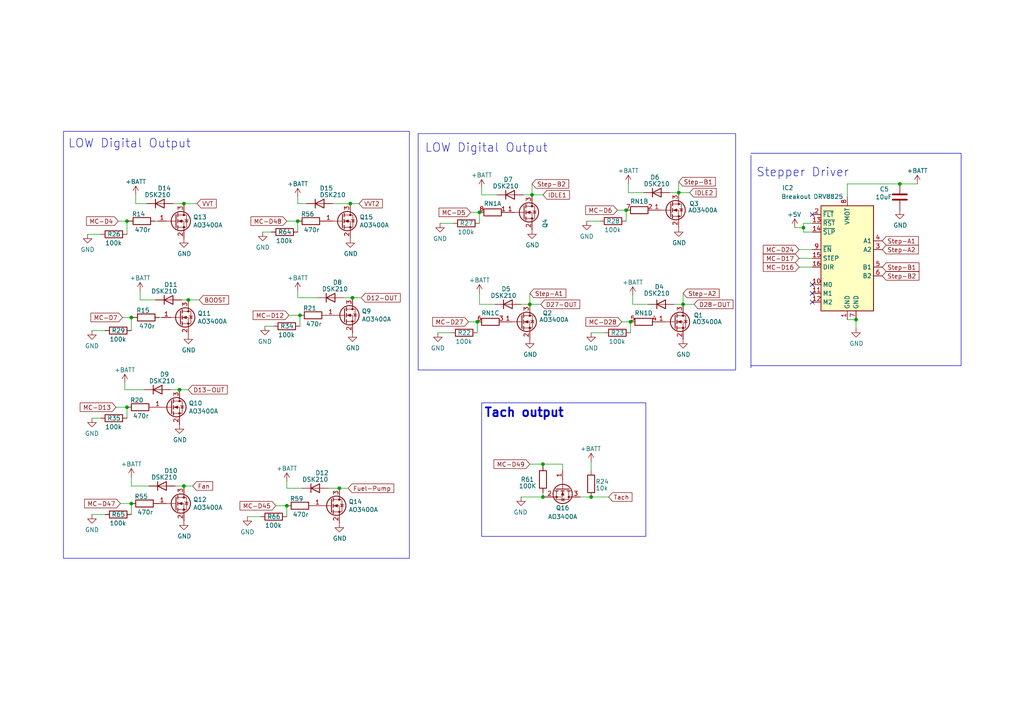
<source format=kicad_sch>
(kicad_sch (version 20250114) (generator "eeschema") (generator_version "9.0")
  (paper "A4")
  (title_block (title "Closed Deck X4") (date "2025-05-18") (rev "3") (company "OpenLogicEFI") (comment 1 "openlogicefi.com"))
  (lib_symbols
    (symbol "Device:C" (pin_numbers (hide yes)) (pin_names (offset 0.254))
      (property "Reference" "C" (at 0.635 2.54 0))
      (property "Value" "C" (at 0.635 -2.54 0))
      (symbol "C_0_1"
        (polyline (pts (xy -2.032 0.762) (xy 2.032 0.762)) (stroke (width 0.508)))
        (polyline (pts (xy -2.032 -0.762) (xy 2.032 -0.762)) (stroke (width 0.508)))
      )
      (symbol "C_1_1"
        (pin passive line (at 0 3.81 270) (length 2.794) (name "~") (number "1"))
        (pin passive line (at 0 -3.81 90) (length 2.794) (name "~") (number "2"))
      )
    )
    (symbol "Device:R" (pin_numbers (hide yes)) (pin_names (offset 0))
      (property "Reference" "R" (at 2.032 0 90))
      (property "Value" "R" (at 0 0 90))
      (symbol "R_0_1"
        (rectangle (start -1.016 -2.54) (end 1.016 2.54) (stroke (width 0.254)))
      )
      (symbol "R_1_1"
        (pin passive line (at 0 3.81 270) (length 1.27) (name "~") (number "1"))
        (pin passive line (at 0 -3.81 90) (length 1.27) (name "~") (number "2"))
      )
    )
    (symbol "Device:R_Pack04_Split" (pin_names (offset 0) (hide yes))
      (property "Reference" "RN" (at 2.032 0 90))
      (property "Value" "R_Pack04_Split" (at 0 0 90))
      (symbol "R_Pack04_Split_0_1"
        (rectangle (start 1.016 2.54) (end -1.016 -2.54) (stroke (width 0.254)))
      )
      (symbol "R_Pack04_Split_1_1"
        (pin passive line (at 0 3.81 270) (length 1.27) (name "R1.2") (number "8"))
        (pin passive line (at 0 -3.81 90) (length 1.27) (name "R1.1") (number "1"))
      )
      (symbol "R_Pack04_Split_2_1"
        (pin passive line (at 0 3.81 270) (length 1.27) (name "R2.2") (number "7"))
        (pin passive line (at 0 -3.81 90) (length 1.27) (name "R2.1") (number "2"))
      )
      (symbol "R_Pack04_Split_3_1"
        (pin passive line (at 0 3.81 270) (length 1.27) (name "R3.2") (number "6"))
        (pin passive line (at 0 -3.81 90) (length 1.27) (name "R3.1") (number "3"))
      )
      (symbol "R_Pack04_Split_4_1"
        (pin passive line (at 0 3.81 270) (length 1.27) (name "R4.2") (number "5"))
        (pin passive line (at 0 -3.81 90) (length 1.27) (name "R4.1") (number "4"))
      )
    )
    (symbol "Diode:1N4148WS" (pin_numbers (hide yes)) (pin_names (offset 1.016) (hide yes))
      (property "Reference" "D" (at 0 2.54 0))
      (property "Value" "1N4148WS" (at 0 -2.54 0))
      (symbol "1N4148WS_0_1"
        (polyline (pts (xy -1.27 1.27) (xy -1.27 -1.27)) (stroke (width 0.254)))
        (polyline (pts (xy 1.27 1.27) (xy 1.27 -1.27) (xy -1.27 0) (xy 1.27 1.27)) (stroke (width 0.254)))
        (polyline (pts (xy 1.27 0) (xy -1.27 0)))
      )
      (symbol "1N4148WS_1_1"
        (pin passive line (at -3.81 0 0) (length 2.54) (name "K") (number "1"))
        (pin passive line (at 3.81 0 180) (length 2.54) (name "A") (number "2"))
      )
    )
    (symbol "Driver_Motor:Pololu_Breakout_DRV8825"
      (property "Reference" "A" (at -2.54 16.51 0))
      (property "Value" "Pololu_Breakout_DRV8825" (at -2.54 13.97 0))
      (symbol "Pololu_Breakout_DRV8825_0_1"
        (rectangle (start 7.62 -17.78) (end -7.62 12.7) (stroke (width 0.254)) (fill (type background)))
      )
      (symbol "Pololu_Breakout_DRV8825_1_1"
        (pin output line (at -10.16 10.16 0) (length 2.54) (name "~{FLT}") (number "2"))
        (pin input line (at -10.16 7.62 0) (length 2.54) (name "~{RST}") (number "13"))
        (pin input line (at -10.16 5.08 0) (length 2.54) (name "~{SLP}") (number "14"))
        (pin input line (at -10.16 0 0) (length 2.54) (name "~{EN}") (number "9"))
        (pin input line (at -10.16 -2.54 0) (length 2.54) (name "STEP") (number "15"))
        (pin input line (at -10.16 -5.08 0) (length 2.54) (name "DIR") (number "16"))
        (pin input line (at -10.16 -10.16 0) (length 2.54) (name "M0") (number "10"))
        (pin input line (at -10.16 -12.7 0) (length 2.54) (name "M1") (number "11"))
        (pin input line (at -10.16 -15.24 0) (length 2.54) (name "M2") (number "12"))
        (pin power_in line (at 0 15.24 270) (length 2.54) (name "VMOT") (number "8"))
        (pin power_in line (at 0 -20.32 90) (length 2.54) (name "GND") (number "1"))
        (pin power_in line (at 2.54 -20.32 90) (length 2.54) (name "GND") (number "7"))
        (pin output line (at 10.16 2.54 180) (length 2.54) (name "A1") (number "4"))
        (pin output line (at 10.16 0 180) (length 2.54) (name "A2") (number "3"))
        (pin output line (at 10.16 -5.08 180) (length 2.54) (name "B1") (number "5"))
        (pin output line (at 10.16 -7.62 180) (length 2.54) (name "B2") (number "6"))
      )
    )
    (symbol "Pre_Ignition-cache:AO3400A" (pin_names (hide yes))
      (property "Reference" "Q" (at 5.08 1.905 0))
      (property "Value" "AO3400A" (at 5.08 0 0))
      (symbol "AO3400A_0_1"
        (polyline (pts (xy 0.254 1.905) (xy 0.254 -1.905)) (stroke (width 0.254)))
        (polyline (pts (xy 0.254 0) (xy -2.54 0)))
        (polyline (pts (xy 0.762 2.286) (xy 0.762 1.27)) (stroke (width 0.254)))
        (polyline (pts (xy 0.762 0.508) (xy 0.762 -0.508)) (stroke (width 0.254)))
        (polyline (pts (xy 0.762 -1.27) (xy 0.762 -2.286)) (stroke (width 0.254)))
        (polyline (pts (xy 0.762 -1.778) (xy 3.302 -1.778) (xy 3.302 1.778) (xy 0.762 1.778)))
        (polyline (pts (xy 1.016 0) (xy 2.032 0.381) (xy 2.032 -0.381) (xy 1.016 0)) (fill (type outline)))
        (circle (center 1.651 0) (radius 2.794) (stroke (width 0.254)))
        (polyline (pts (xy 2.54 2.54) (xy 2.54 1.778)))
        (circle (center 2.54 1.778) (radius 0.254) (fill (type outline)))
        (circle (center 2.54 -1.778) (radius 0.254) (fill (type outline)))
        (polyline (pts (xy 2.54 -2.54) (xy 2.54 0) (xy 0.762 0)))
        (polyline (pts (xy 2.794 0.508) (xy 2.921 0.381) (xy 3.683 0.381) (xy 3.81 0.254)))
        (polyline (pts (xy 3.302 0.381) (xy 2.921 -0.254) (xy 3.683 -0.254) (xy 3.302 0.381)))
      )
      (symbol "AO3400A_1_1"
        (pin input line (at -5.08 0 0) (length 2.54) (name "G") (number "1"))
        (pin passive line (at 2.54 5.08 270) (length 2.54) (name "D") (number "3"))
        (pin passive line (at 2.54 -5.08 90) (length 2.54) (name "S") (number "2"))
      )
    )
    (symbol "R_Pack04_SIP_Split_1" (pin_names (offset 0) (hide yes))
      (property "Reference" "RN?" (at 2.54 1.2701 0))
      (property "Value" "R_Pack04_SIP_Split_1" (at 2.54 -1.2699 0))
      (symbol "R_Pack04_SIP_Split_1_0_1"
        (rectangle (start 1.016 2.54) (end -1.016 -2.54) (stroke (width 0.254)))
      )
      (symbol "R_Pack04_SIP_Split_1_1_1"
        (pin passive line (at 0 3.81 270) (length 1.27) (name "R1.2") (number "8"))
        (pin passive line (at 0 -3.81 90) (length 1.27) (name "R1.1") (number "1"))
      )
      (symbol "R_Pack04_SIP_Split_1_2_1"
        (pin passive line (at 0 3.81 270) (length 1.27) (name "R2.2") (number "4"))
        (pin passive line (at 0 -3.81 90) (length 1.27) (name "R2.1") (number "3"))
      )
      (symbol "R_Pack04_SIP_Split_1_3_1"
        (pin passive line (at 0 3.81 270) (length 1.27) (name "R3.2") (number "6"))
        (pin passive line (at 0 -3.81 90) (length 1.27) (name "R3.1") (number "5"))
      )
      (symbol "R_Pack04_SIP_Split_1_4_1"
        (pin passive line (at 0 3.81 270) (length 1.27) (name "R4.2") (number "8"))
        (pin passive line (at 0 -3.81 90) (length 1.27) (name "R4.1") (number "7"))
      )
    )
    (symbol "Transistor_FET:AO3400A" (pin_names (hide yes))
      (property "Reference" "Q" (at 5.08 1.905 0))
      (property "Value" "AO3400A" (at 5.08 0 0))
      (symbol "AO3400A_0_1"
        (polyline (pts (xy 0.254 1.905) (xy 0.254 -1.905)) (stroke (width 0.254)))
        (polyline (pts (xy 0.254 0) (xy -2.54 0)))
        (polyline (pts (xy 0.762 2.286) (xy 0.762 1.27)) (stroke (width 0.254)))
        (polyline (pts (xy 0.762 0.508) (xy 0.762 -0.508)) (stroke (width 0.254)))
        (polyline (pts (xy 0.762 -1.27) (xy 0.762 -2.286)) (stroke (width 0.254)))
        (polyline (pts (xy 0.762 -1.778) (xy 3.302 -1.778) (xy 3.302 1.778) (xy 0.762 1.778)))
        (polyline (pts (xy 1.016 0) (xy 2.032 0.381) (xy 2.032 -0.381) (xy 1.016 0)) (fill (type outline)))
        (circle (center 1.651 0) (radius 2.794) (stroke (width 0.254)))
        (polyline (pts (xy 2.54 2.54) (xy 2.54 1.778)))
        (circle (center 2.54 1.778) (radius 0.254) (fill (type outline)))
        (circle (center 2.54 -1.778) (radius 0.254) (fill (type outline)))
        (polyline (pts (xy 2.54 -2.54) (xy 2.54 0) (xy 0.762 0)))
        (polyline (pts (xy 2.794 0.508) (xy 2.921 0.381) (xy 3.683 0.381) (xy 3.81 0.254)))
        (polyline (pts (xy 3.302 0.381) (xy 2.921 -0.254) (xy 3.683 -0.254) (xy 3.302 0.381)))
      )
      (symbol "AO3400A_1_1"
        (pin input line (at -5.08 0 0) (length 2.54) (name "G") (number "1"))
        (pin passive line (at 2.54 5.08 270) (length 2.54) (name "D") (number "3"))
        (pin passive line (at 2.54 -5.08 90) (length 2.54) (name "S") (number "2"))
      )
    )
    (symbol "power:+5V" (power) (pin_names (offset 0))
      (property "Value" "+5V" (at 0 3.556 0))
      (symbol "+5V_0_1"
        (polyline (pts (xy -0.762 1.27) (xy 0 2.54)))
        (polyline (pts (xy 0 2.54) (xy 0.762 1.27)))
        (polyline (pts (xy 0 0) (xy 0 2.54)))
      )
      (symbol "+5V_1_1"
        (pin power_in line (at 0 0 90) (length 0) (hide yes) (name "+5V") (number "1"))
      )
    )
    (symbol "power:+BATT" (power) (pin_names (offset 0))
      (property "Value" "+BATT" (at 0 3.556 0))
      (symbol "+BATT_0_1"
        (polyline (pts (xy -0.762 1.27) (xy 0 2.54)))
        (polyline (pts (xy 0 2.54) (xy 0.762 1.27)))
        (polyline (pts (xy 0 0) (xy 0 2.54)))
      )
      (symbol "+BATT_1_1"
        (pin power_in line (at 0 0 90) (length 0) (hide yes) (name "+BATT") (number "1"))
      )
    )
    (symbol "power:GND" (power) (pin_names (offset 0))
      (property "Value" "GND" (at 0 -3.81 0))
      (symbol "GND_0_1"
        (polyline (pts (xy 0 0) (xy 0 -1.27) (xy 1.27 -1.27) (xy 0 -2.54) (xy -1.27 -1.27) (xy 0 -1.27)))
      )
      (symbol "GND_1_1"
        (pin power_in line (at 0 0 270) (length 0) (hide yes) (name "GND") (number "1"))
      )
    )
  )
  (rectangle (start 18.415 38.1) (end 118.745 161.925))
  (rectangle (start 139.7 116.84) (end 187.325 155.575))
  (rectangle (start 121.285 38.735) (end 213.36 107.315))
  (text "Tach output" (at 140.335 121.285 0) (effects (font (size 2.54 2.54) (thickness 0.508) (bold yes)) (justify left bottom)))
  (text "LOW Digital Output " (at 19.685 43.18 0) (effects (font (size 2.4892 2.4892)) (justify left bottom)))
  (text "LOW Digital Output " (at 123.19 44.45 0) (effects (font (size 2.4892 2.4892)) (justify left bottom)))
  (text "Stepper Driver" (at 219.329 51.562 0) (effects (font (size 2.4892 2.4892)) (justify left bottom)))
  (junction (at 98.425 141.605))
  (junction (at 86.36 64.135))
  (junction (at 36.83 118.11))
  (junction (at 102.235 86.36))
  (junction (at 38.1 92.075))
  (junction (at 248.285 92.71))
  (junction (at 101.6 59.055))
  (junction (at 86.995 91.44))
  (junction (at 182.88 93.345))
  (junction (at 138.43 93.345))
  (junction (at 153.67 88.265))
  (junction (at 36.83 64.135))
  (junction (at 38.1 146.05))
  (junction (at 171.45 144.145))
  (junction (at 157.48 134.62))
  (junction (at 233.045 66.04))
  (junction (at 53.34 59.055))
  (junction (at 52.07 113.03))
  (junction (at 157.48 144.145))
  (junction (at 260.985 53.34))
  (junction (at 54.61 86.995))
  (junction (at 196.85 55.88))
  (junction (at 181.61 60.96))
  (junction (at 154.305 56.515))
  (junction (at 53.34 140.97))
  (junction (at 83.185 146.685))
  (junction (at 198.12 88.265))
  (junction (at 139.065 61.595))
  (no_connect (at 235.585 87.63))
  (no_connect (at 235.585 82.55))
  (no_connect (at 235.585 62.23))
  (no_connect (at 235.585 85.09))
  (wire (pts (xy 26.67 121.285) (xy 29.21 121.285)))
  (wire (pts (xy 83.185 146.685) (xy 83.185 149.86)))
  (wire (pts (xy 38.1 138.43) (xy 38.1 140.97)))
  (wire (pts (xy 151.13 144.145) (xy 157.48 144.145)))
  (wire (pts (xy 183.515 85.725) (xy 183.515 88.265)))
  (wire (pts (xy 183.515 88.265) (xy 187.96 88.265)))
  (wire (pts (xy 57.785 86.995) (xy 54.61 86.995)))
  (wire (pts (xy 179.07 60.96) (xy 181.61 60.96)))
  (wire (pts (xy 139.065 85.09) (xy 139.065 88.265)))
  (wire (pts (xy 38.1 140.97) (xy 43.18 140.97)))
  (wire (pts (xy 38.1 146.05) (xy 38.1 149.225)))
  (wire (pts (xy 135.89 93.345) (xy 138.43 93.345)))
  (wire (pts (xy 100.965 141.605) (xy 98.425 141.605)))
  (wire (pts (xy 180.34 93.345) (xy 182.88 93.345)))
  (polyline (pts (xy 278.765 106.045) (xy 278.765 44.45)))
  (wire (pts (xy 245.745 92.71) (xy 248.285 92.71)))
  (wire (pts (xy 196.85 55.88) (xy 194.31 55.88)))
  (wire (pts (xy 139.065 61.595) (xy 139.065 64.77)))
  (wire (pts (xy 157.48 142.875) (xy 157.48 144.145)))
  (wire (pts (xy 71.755 149.86) (xy 75.565 149.86)))
  (wire (pts (xy 245.745 53.34) (xy 260.985 53.34)))
  (wire (pts (xy 171.45 133.985) (xy 171.45 136.525)))
  (wire (pts (xy 26.67 95.885) (xy 30.48 95.885)))
  (wire (pts (xy 181.61 60.96) (xy 181.61 64.135)))
  (wire (pts (xy 139.065 88.265) (xy 143.51 88.265)))
  (wire (pts (xy 86.36 59.055) (xy 88.9 59.055)))
  (wire (pts (xy 153.67 88.265) (xy 156.845 88.265)))
  (wire (pts (xy 80.01 146.685) (xy 83.185 146.685)))
  (wire (pts (xy 163.195 134.62) (xy 163.195 136.525)))
  (wire (pts (xy 34.29 64.135) (xy 36.83 64.135)))
  (wire (pts (xy 83.82 91.44) (xy 86.995 91.44)))
  (wire (pts (xy 248.285 92.71) (xy 248.285 95.25)))
  (wire (pts (xy 50.165 59.055) (xy 53.34 59.055)))
  (wire (pts (xy 36.83 118.11) (xy 36.83 121.285)))
  (wire (pts (xy 198.12 85.09) (xy 198.12 88.265)))
  (wire (pts (xy 233.045 67.31) (xy 235.585 67.31)))
  (wire (pts (xy 139.7 54.61) (xy 139.7 56.515)))
  (wire (pts (xy 260.985 53.34) (xy 266.065 53.34)))
  (wire (pts (xy 231.775 77.47) (xy 235.585 77.47)))
  (wire (pts (xy 86.36 64.135) (xy 86.36 67.31)))
  (wire (pts (xy 182.245 53.34) (xy 182.245 55.88)))
  (wire (pts (xy 39.37 59.055) (xy 42.545 59.055)))
  (wire (pts (xy 230.505 66.04) (xy 233.045 66.04)))
  (wire (pts (xy 52.07 113.03) (xy 49.53 113.03)))
  (wire (pts (xy 154.305 56.515) (xy 157.48 56.515)))
  (wire (pts (xy 83.185 141.605) (xy 87.63 141.605)))
  (wire (pts (xy 157.48 134.62) (xy 163.195 134.62)))
  (wire (pts (xy 139.7 56.515) (xy 144.145 56.515)))
  (wire (pts (xy 76.2 67.31) (xy 78.74 67.31)))
  (wire (pts (xy 157.48 134.62) (xy 157.48 135.255)))
  (wire (pts (xy 171.45 96.52) (xy 175.26 96.52)))
  (wire (pts (xy 55.88 140.97) (xy 53.34 140.97)))
  (wire (pts (xy 57.15 59.055) (xy 53.34 59.055)))
  (wire (pts (xy 46.228 92.075) (xy 46.99 92.075)))
  (wire (pts (xy 38.608 92.075) (xy 38.1 92.075)))
  (wire (pts (xy 36.195 113.03) (xy 41.91 113.03)))
  (wire (pts (xy 233.045 64.77) (xy 233.045 66.04)))
  (wire (pts (xy 235.585 64.77) (xy 233.045 64.77)))
  (wire (pts (xy 153.67 85.09) (xy 153.67 88.265)))
  (wire (pts (xy 245.745 53.34) (xy 245.745 57.15)))
  (polyline (pts (xy 278.765 44.45) (xy 217.805 44.45)))
  (wire (pts (xy 98.425 141.605) (xy 95.25 141.605)))
  (wire (pts (xy 198.12 88.265) (xy 195.58 88.265)))
  (wire (pts (xy 182.88 93.345) (xy 182.88 96.52)))
  (wire (pts (xy 154.305 53.34) (xy 154.305 56.515)))
  (wire (pts (xy 33.655 118.11) (xy 36.83 118.11)))
  (wire (pts (xy 182.245 55.88) (xy 186.69 55.88)))
  (wire (pts (xy 54.61 113.03) (xy 52.07 113.03)))
  (wire (pts (xy 86.36 86.36) (xy 86.36 84.455)))
  (wire (pts (xy 235.585 74.93) (xy 231.775 74.93)))
  (polyline (pts (xy 217.805 106.045) (xy 278.765 106.045)))
  (wire (pts (xy 136.525 61.595) (xy 139.065 61.595)))
  (wire (pts (xy 104.775 86.36) (xy 102.235 86.36)))
  (wire (pts (xy 101.6 59.055) (xy 96.52 59.055)))
  (wire (pts (xy 40.64 86.995) (xy 45.085 86.995)))
  (wire (pts (xy 37.338 64.135) (xy 36.83 64.135)))
  (wire (pts (xy 102.235 86.36) (xy 99.695 86.36)))
  (wire (pts (xy 196.85 55.88) (xy 200.025 55.88)))
  (wire (pts (xy 83.185 141.605) (xy 83.185 139.7)))
  (wire (pts (xy 157.48 144.145) (xy 158.115 144.145)))
  (wire (pts (xy 25.4 67.945) (xy 29.21 67.945)))
  (wire (pts (xy 233.045 66.04) (xy 233.045 67.31)))
  (polyline (pts (xy 217.805 45.085) (xy 217.805 106.68)))
  (wire (pts (xy 35.56 92.075) (xy 38.1 92.075)))
  (wire (pts (xy 40.64 84.455) (xy 40.64 86.995)))
  (wire (pts (xy 86.36 57.15) (xy 86.36 59.055)))
  (wire (pts (xy 44.958 64.135) (xy 45.72 64.135)))
  (wire (pts (xy 38.1 92.075) (xy 38.1 95.885)))
  (wire (pts (xy 168.275 144.145) (xy 171.45 144.145)))
  (wire (pts (xy 36.83 64.135) (xy 36.83 67.945)))
  (wire (pts (xy 231.775 72.39) (xy 235.585 72.39)))
  (wire (pts (xy 127.635 64.77) (xy 131.445 64.77)))
  (wire (pts (xy 76.835 94.615) (xy 79.375 94.615)))
  (wire (pts (xy 127 96.52) (xy 130.81 96.52)))
  (wire (pts (xy 153.67 88.265) (xy 151.13 88.265)))
  (wire (pts (xy 39.37 56.515) (xy 39.37 59.055)))
  (wire (pts (xy 196.85 52.705) (xy 196.85 55.88)))
  (wire (pts (xy 26.67 149.225) (xy 30.48 149.225)))
  (wire (pts (xy 53.34 140.97) (xy 50.8 140.97)))
  (wire (pts (xy 138.43 93.345) (xy 138.43 96.52)))
  (wire (pts (xy 36.195 113.03) (xy 36.195 111.125)))
  (wire (pts (xy 198.12 88.265) (xy 201.295 88.265)))
  (wire (pts (xy 154.305 56.515) (xy 151.765 56.515)))
  (wire (pts (xy 52.705 86.995) (xy 54.61 86.995)))
  (wire (pts (xy 170.18 64.135) (xy 173.99 64.135)))
  (wire (pts (xy 171.45 144.145) (xy 176.53 144.145)))
  (wire (pts (xy 104.14 59.055) (xy 101.6 59.055)))
  (wire (pts (xy 153.67 134.62) (xy 157.48 134.62)))
  (wire (pts (xy 86.36 86.36) (xy 92.075 86.36)))
  (wire (pts (xy 34.925 146.05) (xy 38.1 146.05)))
  (wire (pts (xy 86.995 91.44) (xy 86.995 94.615)))
  (wire (pts (xy 83.185 64.135) (xy 86.36 64.135)))
  (global_label "MC-D48" (shape input) (at 83.185 64.135 180) (property "Intersheetrefs" "${INTERSHEET_REFS}" (effects (hide yes))))
  (global_label "Step-A1" (shape input) (at 153.67 85.09 0) (property "Intersheetrefs" "${INTERSHEET_REFS}" (effects (hide yes))))
  (global_label "Fuel-Pump" (shape input) (at 100.965 141.605 0) (property "Intersheetrefs" "${INTERSHEET_REFS}" (effects (hide yes))))
  (global_label "D12-OUT" (shape input) (at 104.775 86.36 0) (property "Intersheetrefs" "${INTERSHEET_REFS}" (effects (hide yes))))
  (global_label "Step-B1" (shape input) (at 255.905 77.47 0) (property "Intersheetrefs" "${INTERSHEET_REFS}" (effects (hide yes))))
  (global_label "MC-D17" (shape input) (at 231.775 74.93 180) (property "Intersheetrefs" "${INTERSHEET_REFS}" (effects (hide yes))))
  (global_label "MC-D45" (shape input) (at 80.01 146.685 180) (property "Intersheetrefs" "${INTERSHEET_REFS}" (effects (hide yes))))
  (global_label "MC-D7" (shape input) (at 35.56 92.075 180) (property "Intersheetrefs" "${INTERSHEET_REFS}" (effects (hide yes))))
  (global_label "Tach" (shape input) (at 176.53 144.145 0) (property "Intersheetrefs" "${INTERSHEET_REFS}" (effects (hide yes))))
  (global_label "MC-D12" (shape input) (at 83.82 91.44 180) (property "Intersheetrefs" "${INTERSHEET_REFS}" (effects (hide yes))))
  (global_label "MC-D6" (shape input) (at 179.07 60.96 180) (property "Intersheetrefs" "${INTERSHEET_REFS}" (effects (hide yes))))
  (global_label "MC-D5" (shape input) (at 136.525 61.595 180) (property "Intersheetrefs" "${INTERSHEET_REFS}" (effects (hide yes))))
  (global_label "BOOST" (shape input) (at 57.785 86.995 0) (property "Intersheetrefs" "${INTERSHEET_REFS}" (effects (hide yes))))
  (global_label "Step-B2" (shape input) (at 255.905 80.01 0) (property "Intersheetrefs" "${INTERSHEET_REFS}" (effects (hide yes))))
  (global_label "VVT2" (shape input) (at 104.14 59.055 0) (property "Intersheetrefs" "${INTERSHEET_REFS}" (effects (hide yes))))
  (global_label "MC-D24" (shape input) (at 231.775 72.39 180) (property "Intersheetrefs" "${INTERSHEET_REFS}" (effects (hide yes))))
  (global_label "Step-A2" (shape input) (at 198.12 85.09 0) (property "Intersheetrefs" "${INTERSHEET_REFS}" (effects (hide yes))))
  (global_label "D27-OUT" (shape input) (at 156.845 88.265 0) (property "Intersheetrefs" "${INTERSHEET_REFS}" (effects (hide yes))))
  (global_label "MC-D4" (shape input) (at 34.29 64.135 180) (property "Intersheetrefs" "${INTERSHEET_REFS}" (effects (hide yes))))
  (global_label "D13-OUT" (shape input) (at 54.61 113.03 0) (property "Intersheetrefs" "${INTERSHEET_REFS}" (effects (hide yes))))
  (global_label "MC-D49" (shape input) (at 153.67 134.62 180) (property "Intersheetrefs" "${INTERSHEET_REFS}" (effects (hide yes))))
  (global_label "MC-D28" (shape input) (at 180.34 93.345 180) (property "Intersheetrefs" "${INTERSHEET_REFS}" (effects (hide yes))))
  (global_label "Step-B1" (shape input) (at 196.85 52.705 0) (property "Intersheetrefs" "${INTERSHEET_REFS}" (effects (hide yes))))
  (global_label "IDLE2" (shape input) (at 200.025 55.88 0) (property "Intersheetrefs" "${INTERSHEET_REFS}" (effects (hide yes))))
  (global_label "Step-B2" (shape input) (at 154.305 53.34 0) (property "Intersheetrefs" "${INTERSHEET_REFS}" (effects (hide yes))))
  (global_label "Step-A2" (shape input) (at 255.905 72.39 0) (property "Intersheetrefs" "${INTERSHEET_REFS}" (effects (hide yes))))
  (global_label "D28-OUT" (shape input) (at 201.295 88.265 0) (property "Intersheetrefs" "${INTERSHEET_REFS}" (effects (hide yes))))
  (global_label "Fan" (shape input) (at 55.88 140.97 0) (property "Intersheetrefs" "${INTERSHEET_REFS}" (effects (hide yes))))
  (global_label "MC-D13" (shape input) (at 33.655 118.11 180) (property "Intersheetrefs" "${INTERSHEET_REFS}" (effects (hide yes))))
  (global_label "MC-D16" (shape input) (at 231.775 77.47 180) (property "Intersheetrefs" "${INTERSHEET_REFS}" (effects (hide yes))))
  (global_label "MC-D47" (shape input) (at 34.925 146.05 180) (property "Intersheetrefs" "${INTERSHEET_REFS}" (effects (hide yes))))
  (global_label "IDLE1" (shape input) (at 157.48 56.515 0) (property "Intersheetrefs" "${INTERSHEET_REFS}" (effects (hide yes))))
  (global_label "MC-D27" (shape input) (at 135.89 93.345 180) (property "Intersheetrefs" "${INTERSHEET_REFS}" (effects (hide yes))))
  (global_label "Step-A1" (shape input) (at 255.905 69.85 0) (property "Intersheetrefs" "${INTERSHEET_REFS}" (effects (hide yes))))
  (global_label "VVT" (shape input) (at 57.15 59.055 0) (property "Intersheetrefs" "${INTERSHEET_REFS}" (effects (hide yes))))
  (symbol (lib_id "Driver_Motor:Pololu_Breakout_DRV8825") (at 245.745 72.39 0) (unit 1) (in_bom no)
    (property "Reference" "IC2" (at 228.473 54.483 0))
    (property "Value" "Breakout DRV8825" (at 235.585 57.023 0))
    (property "Footprint" "Detonation:DVR8825-Labeled-Front" (effects (hide yes)))
    (property "Description" "Pololu Breakout Board, Stepper Driver DRV8825" (effects (hide yes)))
  )
  (symbol (lib_id "power:GND") (at 248.285 95.25 0) (unit 1)
    (property "Reference" "#PWR073" (effects (hide yes)))
    (property "Value" "GND" (at 248.412 99.6442 0))
  )
  (symbol (lib_id "power:+BATT") (at 266.065 53.34 0) (unit 1)
    (property "Reference" "#PWR072" (effects (hide yes)))
    (property "Value" "+BATT" (at 266.065 49.53 0))
  )
  (symbol (lib_id "Device:R") (at 157.48 139.065 0) (unit 1)
    (property "Reference" "R61" (at 154.94 139.065 0) (effects (justify right)))
    (property "Value" "100K" (at 155.575 140.97 0) (effects (justify right)))
    (property "Footprint" "Resistor_SMD:R_0402_1005Metric" (effects (hide yes)))
    (property "Description" "Resistor" (effects (hide yes)))
    (property "LCSC" "C25741" (effects (hide yes)))
    (property "Manufacture Part Number" "0402WGF1003TCE" (effects (hide yes)))
  )
  (symbol (lib_id "Device:R") (at 40.64 118.11 90) (unit 1)
    (property "Reference" "R20" (at 41.656 116.078 90) (effects (justify left)))
    (property "Value" "470r" (at 43.18 120.65 90) (effects (justify left)))
    (property "Footprint" "Resistor_SMD:R_0402_1005Metric" (effects (hide yes)))
    (property "Description" "Resistor" (effects (hide yes)))
    (property "LCSC" "C25117" (effects (hide yes)))
    (property "Manufacture Part Number" "0402WGF4700TCE" (effects (hide yes)))
  )
  (symbol (lib_id "Device:R_Pack04_Split") (at 185.42 60.96 90) (unit 2)
    (property "Reference" "RN1" (at 185.42 58.42 90))
    (property "Value" "1k" (effects (hide yes)))
    (property "Footprint" "Resistor_SMD:R_Array_Concave_4x0603" (effects (hide yes)))
    (property "Description" "4 resistor network, parallel topology, split" (effects (hide yes)))
    (property "LCSC" "C20197" (effects (hide yes)))
    (property "Manufacture Part Number" "4D03WGJ0102T5E" (effects (hide yes)))
  )
  (symbol (lib_id "Diode:1N4148WS") (at 191.77 88.265 0) (unit 1)
    (property "Reference" "D4" (at 189.865 83.185 0) (effects (justify left)))
    (property "Value" "DSK210" (at 186.69 85.09 0) (effects (justify left)))
    (property "Footprint" "Diode_SMD:D_SOD-123F" (effects (hide yes)))
    (property "Description" "75V 0.15A Fast switching Diode, SOD-323" (effects (hide yes)))
    (property "JLC" "C2128" (effects (hide yes)))
    (property "LCSC" "C7502713" (effects (hide yes)))
  )
  (symbol (lib_id "Pre_Ignition-cache:AO3400A") (at 195.58 93.345 0) (unit 1)
    (property "Reference" "Q1" (at 202.565 91.44 0))
    (property "Value" "AO3400A" (at 205.105 93.345 0))
    (property "Footprint" "Package_TO_SOT_SMD:SOT-23" (effects (hide yes)))
    (property "LCSC" "C20917" (effects (hide yes)))
  )
  (symbol (lib_id "Device:R") (at 90.805 91.44 90) (unit 1)
    (property "Reference" "R21" (at 91.821 89.408 90) (effects (justify left)))
    (property "Value" "470r" (at 93.345 93.98 90) (effects (justify left)))
    (property "Footprint" "Resistor_SMD:R_0402_1005Metric" (effects (hide yes)))
    (property "Description" "Resistor" (effects (hide yes)))
    (property "LCSC" "C25117" (effects (hide yes)))
    (property "Manufacture Part Number" "0402WGF4700TCE" (effects (hide yes)))
  )
  (symbol (lib_id "Device:R") (at 177.8 64.135 90) (unit 1)
    (property "Reference" "R28" (at 175.895 64.135 90) (effects (justify right)))
    (property "Value" "100k" (at 175.26 66.675 90) (effects (justify right)))
    (property "Footprint" "Resistor_SMD:R_0402_1005Metric" (effects (hide yes)))
    (property "Description" "Resistor" (effects (hide yes)))
    (property "LCSC" "C25741" (effects (hide yes)))
    (property "Manufacture Part Number" "0402WGF1003TCE" (effects (hide yes)))
  )
  (symbol (lib_id "power:GND") (at 198.12 98.425 0) (unit 1)
    (property "Reference" "#PWR0169" (effects (hide yes)))
    (property "Value" "GND" (at 198.247 102.8192 0))
  )
  (symbol (lib_id "Pre_Ignition-cache:AO3400A") (at 163.195 141.605 270) (unit 1)
    (property "Reference" "Q16" (at 163.195 147.32 90))
    (property "Value" "AO3400A" (at 163.195 149.86 90))
    (property "Footprint" "Package_TO_SOT_SMD:SOT-23" (effects (hide yes)))
    (property "LCSC" "C20917" (effects (hide yes)))
  )
  (symbol (lib_id "power:GND") (at 54.61 97.155 0) (unit 1)
    (property "Reference" "#PWR091" (effects (hide yes)))
    (property "Value" "GND" (at 54.737 101.5492 0))
  )
  (symbol (lib_id "power:GND") (at 76.835 94.615 0) (unit 1)
    (property "Reference" "#PWR03" (effects (hide yes)))
    (property "Value" "GND" (at 76.835 99.06 0))
  )
  (symbol (lib_id "Diode:1N4148WS") (at 190.5 55.88 0) (unit 1)
    (property "Reference" "D6" (at 188.595 51.435 0) (effects (justify left)))
    (property "Value" "DSK210" (at 186.69 53.34 0) (effects (justify left)))
    (property "Footprint" "Diode_SMD:D_SOD-123F" (effects (hide yes)))
    (property "Description" "75V 0.15A Fast switching Diode, SOD-323" (effects (hide yes)))
    (property "JLC" "C2128" (effects (hide yes)))
    (property "LCSC" "C7502713" (effects (hide yes)))
  )
  (symbol (lib_id "Diode:1N4148WS") (at 46.355 59.055 0) (unit 1)
    (property "Reference" "D14" (at 45.72 54.61 0) (effects (justify left)))
    (property "Value" "DSK210" (at 41.91 56.515 0) (effects (justify left)))
    (property "Footprint" "Diode_SMD:D_SOD-123F" (effects (hide yes)))
    (property "Description" "75V 0.15A Fast switching Diode, SOD-323" (effects (hide yes)))
    (property "JLC" "C2128" (effects (hide yes)))
    (property "LCSC" "C7502713" (effects (hide yes)))
  )
  (symbol (lib_id "Device:R") (at 79.375 149.86 90) (unit 1)
    (property "Reference" "R66" (at 77.47 149.86 90) (effects (justify right)))
    (property "Value" "100k" (at 76.835 152.4 90) (effects (justify right)))
    (property "Footprint" "Resistor_SMD:R_0402_1005Metric" (effects (hide yes)))
    (property "Description" "Resistor" (effects (hide yes)))
    (property "LCSC" "C25741" (effects (hide yes)))
    (property "Manufacture Part Number" "0402WGF1003TCE" (effects (hide yes)))
  )
  (symbol (lib_id "power:GND") (at 171.45 96.52 0) (unit 1)
    (property "Reference" "#PWR0146" (effects (hide yes)))
    (property "Value" "GND" (at 171.45 100.965 0))
  )
  (symbol (lib_id "power:GND") (at 153.67 98.425 0) (unit 1)
    (property "Reference" "#PWR0170" (effects (hide yes)))
    (property "Value" "GND" (at 153.797 102.8192 0))
  )
  (symbol (lib_id "Device:R") (at 41.148 64.135 90) (unit 1)
    (property "Reference" "R14" (at 42.164 62.103 90) (effects (justify left)))
    (property "Value" "470r" (at 43.688 66.675 90) (effects (justify left)))
    (property "Footprint" "Resistor_SMD:R_0402_1005Metric" (effects (hide yes)))
    (property "Description" "Resistor" (effects (hide yes)))
    (property "LCSC" "C25117" (effects (hide yes)))
    (property "Manufacture Part Number" "0402WGF4700TCE" (effects (hide yes)))
  )
  (symbol (lib_id "Diode:1N4148WS") (at 91.44 141.605 0) (unit 1)
    (property "Reference" "D12" (at 91.44 137.16 0) (effects (justify left)))
    (property "Value" "DSK210" (at 87.63 139.065 0) (effects (justify left)))
    (property "Footprint" "Diode_SMD:D_SOD-123F" (effects (hide yes)))
    (property "Description" "75V 0.15A Fast switching Diode, SOD-323" (effects (hide yes)))
    (property "JLC" "C2128" (effects (hide yes)))
    (property "LCSC" "C7502713" (effects (hide yes)))
  )
  (symbol (lib_id "Device:R") (at 42.418 92.075 90) (unit 1)
    (property "Reference" "R15" (at 43.434 90.043 90) (effects (justify left)))
    (property "Value" "470r" (at 44.958 94.615 90) (effects (justify left)))
    (property "Footprint" "Resistor_SMD:R_0402_1005Metric" (effects (hide yes)))
    (property "Description" "Resistor" (effects (hide yes)))
    (property "LCSC" "C25117" (effects (hide yes)))
    (property "Manufacture Part Number" "0402WGF4700TCE" (effects (hide yes)))
  )
  (symbol (lib_id "Device:R") (at 135.255 64.77 90) (unit 1)
    (property "Reference" "R27" (at 133.35 64.77 90) (effects (justify right)))
    (property "Value" "100k" (at 132.715 67.31 90) (effects (justify right)))
    (property "Footprint" "Resistor_SMD:R_0402_1005Metric" (effects (hide yes)))
    (property "Description" "Resistor" (effects (hide yes)))
    (property "LCSC" "C25741" (effects (hide yes)))
    (property "Manufacture Part Number" "0402WGF1003TCE" (effects (hide yes)))
  )
  (symbol (lib_id "Transistor_FET:AO3400A") (at 99.695 91.44 0) (unit 1)
    (property "Reference" "Q9" (at 104.902 90.2716 0) (effects (justify left)))
    (property "Value" "AO3400A" (at 104.902 92.583 0) (effects (justify left)))
    (property "Footprint" "Package_TO_SOT_SMD:SOT-23" (effects (hide yes)))
    (property "Description" "30V Vds, 5.7A Id, N-Channel MOSFET, SOT-23" (effects (hide yes)))
    (property "LCSC" "C20917" (effects (hide yes)))
  )
  (symbol (lib_id "power:GND") (at 127 96.52 0) (unit 1)
    (property "Reference" "#PWR0144" (effects (hide yes)))
    (property "Value" "GND" (at 127 100.965 0))
  )
  (symbol (lib_id "power:GND") (at 127.635 64.77 0) (unit 1)
    (property "Reference" "#PWR0140" (effects (hide yes)))
    (property "Value" "GND" (at 127.635 69.215 0))
  )
  (symbol (lib_id "Diode:1N4148WS") (at 147.32 88.265 0) (unit 1)
    (property "Reference" "D5" (at 145.415 83.82 0) (effects (justify left)))
    (property "Value" "DSK210" (at 142.24 85.725 0) (effects (justify left)))
    (property "Footprint" "Diode_SMD:D_SOD-123F" (effects (hide yes)))
    (property "Description" "75V 0.15A Fast switching Diode, SOD-323" (effects (hide yes)))
    (property "JLC" "C2128" (effects (hide yes)))
    (property "LCSC" "C7502713" (effects (hide yes)))
  )
  (symbol (lib_id "power:+BATT") (at 83.185 139.7 0) (unit 1)
    (property "Reference" "#PWR0152" (effects (hide yes)))
    (property "Value" "+BATT" (at 83.185 135.89 0))
  )
  (symbol (lib_id "Device:R") (at 41.91 146.05 90) (unit 1)
    (property "Reference" "R55" (at 42.926 144.018 90) (effects (justify left)))
    (property "Value" "470r" (at 44.45 148.59 90) (effects (justify left)))
    (property "Footprint" "Resistor_SMD:R_0402_1005Metric" (effects (hide yes)))
    (property "Description" "Resistor" (effects (hide yes)))
    (property "LCSC" "C25117" (effects (hide yes)))
    (property "Manufacture Part Number" "0402WGF4700TCE" (effects (hide yes)))
  )
  (symbol (lib_id "Device:R") (at 171.45 140.335 0) (unit 1)
    (property "Reference" "R24" (at 172.72 139.7 0) (effects (justify left)))
    (property "Value" "10k" (at 172.72 141.605 0) (effects (justify left)))
    (property "Footprint" "Resistor_SMD:R_0402_1005Metric" (effects (hide yes)))
    (property "Description" "Resistor" (effects (hide yes)))
    (property "LCSC" "C25744" (effects (hide yes)))
    (property "Manufacture Part Number" "0402WGF1002TCE" (effects (hide yes)))
  )
  (symbol (lib_id "Pre_Ignition-cache:AO3400A") (at 194.31 60.96 0) (unit 1)
    (property "Reference" "Q3" (at 201.295 59.055 0))
    (property "Value" "AO3400A" (at 203.835 60.96 0))
    (property "Footprint" "Package_TO_SOT_SMD:SOT-23" (effects (hide yes)))
    (property "LCSC" "C20917" (effects (hide yes)))
  )
  (symbol (lib_id "power:GND") (at 151.13 144.145 0) (unit 1)
    (property "Reference" "#PWR084" (effects (hide yes)))
    (property "Value" "GND" (at 153.035 148.59 0) (effects (justify right)))
  )
  (symbol (lib_id "Diode:1N4148WS") (at 95.885 86.36 0) (unit 1)
    (property "Reference" "D8" (at 96.52 81.915 0) (effects (justify left)))
    (property "Value" "DSK210" (at 93.345 83.82 0) (effects (justify left)))
    (property "Footprint" "Diode_SMD:D_SOD-123F" (effects (hide yes)))
    (property "Description" "75V 0.15A Fast switching Diode, SOD-323" (effects (hide yes)))
    (property "JLC" "C2128" (effects (hide yes)))
    (property "LCSC" "C7502713" (effects (hide yes)))
  )
  (symbol (lib_id "Diode:1N4148WS") (at 46.99 140.97 0) (unit 1)
    (property "Reference" "D10" (at 47.625 136.525 0) (effects (justify left)))
    (property "Value" "DSK210" (at 43.815 138.43 0) (effects (justify left)))
    (property "Footprint" "Diode_SMD:D_SOD-123F" (effects (hide yes)))
    (property "Description" "75V 0.15A Fast switching Diode, SOD-323" (effects (hide yes)))
    (property "JLC" "C2128" (effects (hide yes)))
    (property "LCSC" "C7502713" (effects (hide yes)))
  )
  (symbol (lib_id "Diode:1N4148WS") (at 48.895 86.995 0) (unit 1)
    (property "Reference" "D11" (at 47.625 82.55 0) (effects (justify left)))
    (property "Value" "DSK210" (at 43.815 84.455 0) (effects (justify left)))
    (property "Footprint" "Diode_SMD:D_SOD-123F" (effects (hide yes)))
    (property "Description" "75V 0.15A Fast switching Diode, SOD-323" (effects (hide yes)))
    (property "JLC" "C2128" (effects (hide yes)))
    (property "LCSC" "C7502713" (effects (hide yes)))
  )
  (symbol (lib_id "Device:R") (at 90.17 64.135 90) (unit 1)
    (property "Reference" "R56" (at 91.186 62.103 90) (effects (justify left)))
    (property "Value" "470r" (at 92.71 66.675 90) (effects (justify left)))
    (property "Footprint" "Resistor_SMD:R_0402_1005Metric" (effects (hide yes)))
    (property "Description" "Resistor" (effects (hide yes)))
    (property "LCSC" "C25117" (effects (hide yes)))
    (property "Manufacture Part Number" "0402WGF4700TCE" (effects (hide yes)))
  )
  (symbol (lib_id "power:GND") (at 26.67 121.285 0) (unit 1)
    (property "Reference" "#PWR062" (effects (hide yes)))
    (property "Value" "GND" (at 26.67 125.73 0))
  )
  (symbol (lib_id "power:+BATT") (at 86.36 57.15 0) (unit 1)
    (property "Reference" "#PWR064" (effects (hide yes)))
    (property "Value" "+BATT" (at 86.36 53.34 0))
  )
  (symbol (lib_id "power:GND") (at 260.985 60.96 0) (unit 1)
    (property "Reference" "#PWR0128" (effects (hide yes)))
    (property "Value" "GND" (at 261.112 65.3542 0))
  )
  (symbol (lib_id "Device:R") (at 33.02 121.285 90) (unit 1)
    (property "Reference" "R35" (at 31.115 121.285 90) (effects (justify right)))
    (property "Value" "100k" (at 30.48 123.825 90) (effects (justify right)))
    (property "Footprint" "Resistor_SMD:R_0402_1005Metric" (effects (hide yes)))
    (property "Description" "Resistor" (effects (hide yes)))
    (property "LCSC" "C25741" (effects (hide yes)))
    (property "Manufacture Part Number" "0402WGF1003TCE" (effects (hide yes)))
  )
  (symbol (lib_id "power:GND") (at 98.425 151.765 0) (unit 1)
    (property "Reference" "#PWR0153" (effects (hide yes)))
    (property "Value" "GND" (at 98.552 156.1592 0))
  )
  (symbol (lib_id "Device:R_Pack04_Split") (at 142.24 93.345 90) (unit 3)
    (property "Reference" "RN1" (at 142.24 90.805 90))
    (property "Value" "1k" (effects (hide yes)))
    (property "Footprint" "Resistor_SMD:R_Array_Concave_4x0603" (effects (hide yes)))
    (property "Description" "4 resistor network, parallel topology, split" (effects (hide yes)))
    (property "LCSC" "C20197" (effects (hide yes)))
    (property "Manufacture Part Number" "4D03WGJ0102T5E" (effects (hide yes)))
  )
  (symbol (lib_id "power:+BATT") (at 139.7 54.61 0) (unit 1)
    (property "Reference" "#PWR0141" (effects (hide yes)))
    (property "Value" "+BATT" (at 139.7 50.8 0))
  )
  (symbol (lib_id "power:GND") (at 170.18 64.135 0) (unit 1)
    (property "Reference" "#PWR0142" (effects (hide yes)))
    (property "Value" "GND" (at 170.18 68.58 0))
  )
  (symbol (lib_id "Transistor_FET:AO3400A") (at 52.07 92.075 0) (unit 1)
    (property "Reference" "Q11" (at 57.277 90.9066 0) (effects (justify left)))
    (property "Value" "AO3400A" (at 57.277 93.218 0) (effects (justify left)))
    (property "Footprint" "Package_TO_SOT_SMD:SOT-23" (effects (hide yes)))
    (property "Description" "30V Vds, 5.7A Id, N-Channel MOSFET, SOT-23" (effects (hide yes)))
    (property "JLC" "C20917" (effects (hide yes)))
    (property "LCSC" "C20917" (effects (hide yes)))
  )
  (symbol (lib_id "power:GND") (at 102.235 96.52 0) (unit 1)
    (property "Reference" "#PWR0104" (effects (hide yes)))
    (property "Value" "GND" (at 102.362 100.9142 0))
  )
  (symbol (lib_id "Device:R") (at 179.07 96.52 90) (unit 1)
    (property "Reference" "R23" (at 177.165 96.52 90) (effects (justify right)))
    (property "Value" "100k" (at 176.53 99.06 90) (effects (justify right)))
    (property "Footprint" "Resistor_SMD:R_0402_1005Metric" (effects (hide yes)))
    (property "Description" "Resistor" (effects (hide yes)))
    (property "LCSC" "C25741" (effects (hide yes)))
    (property "Manufacture Part Number" "0402WGF1003TCE" (effects (hide yes)))
  )
  (symbol (lib_id "Transistor_FET:AO3400A") (at 49.53 118.11 0) (unit 1)
    (property "Reference" "Q10" (at 54.737 116.9416 0) (effects (justify left)))
    (property "Value" "AO3400A" (at 54.737 119.253 0) (effects (justify left)))
    (property "Footprint" "Package_TO_SOT_SMD:SOT-23" (effects (hide yes)))
    (property "Description" "30V Vds, 5.7A Id, N-Channel MOSFET, SOT-23" (effects (hide yes)))
    (property "LCSC" "C20917" (effects (hide yes)))
  )
  (symbol (lib_id "power:+BATT") (at 182.245 53.34 0) (unit 1)
    (property "Reference" "#PWR0143" (effects (hide yes)))
    (property "Value" "+BATT" (at 182.245 49.53 0))
  )
  (symbol (lib_id "Device:R") (at 33.02 67.945 90) (unit 1)
    (property "Reference" "R26" (at 31.115 67.945 90) (effects (justify right)))
    (property "Value" "100k" (at 30.48 70.485 90) (effects (justify right)))
    (property "Footprint" "Resistor_SMD:R_0402_1005Metric" (effects (hide yes)))
    (property "Description" "Resistor" (effects (hide yes)))
    (property "LCSC" "C25741" (effects (hide yes)))
    (property "Manufacture Part Number" "0402WGF1003TCE" (effects (hide yes)))
  )
  (symbol (lib_id "power:+BATT") (at 38.1 138.43 0) (unit 1)
    (property "Reference" "#PWR0156" (effects (hide yes)))
    (property "Value" "+BATT" (at 38.1 134.62 0))
  )
  (symbol (lib_id "power:GND") (at 26.67 95.885 0) (unit 1)
    (property "Reference" "#PWR081" (effects (hide yes)))
    (property "Value" "GND" (at 26.67 100.33 0))
  )
  (symbol (lib_id "power:GND") (at 52.07 123.19 0) (unit 1)
    (property "Reference" "#PWR068" (effects (hide yes)))
    (property "Value" "GND" (at 52.197 127.5842 0))
  )
  (symbol (lib_id "power:GND") (at 26.67 149.225 0) (unit 1)
    (property "Reference" "#PWR0155" (effects (hide yes)))
    (property "Value" "GND" (at 26.67 153.67 0))
  )
  (symbol (lib_id "power:+BATT") (at 183.515 85.725 0) (unit 1)
    (property "Reference" "#PWR0147" (effects (hide yes)))
    (property "Value" "+BATT" (at 183.515 81.915 0))
  )
  (symbol (lib_id "power:+BATT") (at 171.45 133.985 0) (unit 1)
    (property "Reference" "#PWR086" (effects (hide yes)))
    (property "Value" "+BATT" (at 168.275 130.175 0) (effects (justify left)))
  )
  (symbol (lib_id "Device:R_Pack04_Split") (at 186.69 93.345 90) (unit 4)
    (property "Reference" "RN1" (at 186.69 90.805 90))
    (property "Value" "1k" (effects (hide yes)))
    (property "Footprint" "Resistor_SMD:R_Array_Concave_4x0603" (effects (hide yes)))
    (property "Description" "4 resistor network, parallel topology, split" (effects (hide yes)))
    (property "LCSC" "C20197" (effects (hide yes)))
    (property "Manufacture Part Number" "4D03WGJ0102T5E" (effects (hide yes)))
  )
  (symbol (lib_id "power:GND") (at 71.755 149.86 0) (unit 1)
    (property "Reference" "#PWR0122" (effects (hide yes)))
    (property "Value" "GND" (at 71.755 154.305 0))
  )
  (symbol (lib_id "Device:R") (at 86.995 146.685 90) (unit 1)
    (property "Reference" "R59" (at 88.011 144.653 90) (effects (justify left)))
    (property "Value" "470r" (at 89.535 149.225 90) (effects (justify left)))
    (property "Footprint" "Resistor_SMD:R_0402_1005Metric" (effects (hide yes)))
    (property "Description" "Resistor" (effects (hide yes)))
    (property "LCSC" "C25117" (effects (hide yes)))
    (property "Manufacture Part Number" "0402WGF4700TCE" (effects (hide yes)))
  )
  (symbol (lib_id "Device:C") (at 260.985 57.15 0) (mirror y) (unit 1)
    (property "Reference" "C5" (at 255.143 54.864 0) (effects (justify right)))
    (property "Value" "10uF" (at 253.873 57.15 0) (effects (justify right)))
    (property "Footprint" "Capacitor_SMD:C_1206_3216Metric" (effects (hide yes)))
    (property "Manufacture Part Number" "CL31A106KBHNNNE" (effects (hide yes)))
    (property "LCSC" "C13585" (effects (hide yes)))
  )
  (symbol (lib_id "Transistor_FET:AO3400A") (at 50.8 146.05 0) (unit 1)
    (property "Reference" "Q12" (at 56.007 144.8816 0) (effects (justify left)))
    (property "Value" "AO3400A" (at 56.007 147.193 0) (effects (justify left)))
    (property "Footprint" "Package_TO_SOT_SMD:SOT-23" (effects (hide yes)))
    (property "Description" "30V Vds, 5.7A Id, N-Channel MOSFET, SOT-23" (effects (hide yes)))
    (property "JLC" "C20917" (effects (hide yes)))
    (property "LCSC" "C20917" (effects (hide yes)))
  )
  (symbol (lib_id "power:+BATT") (at 139.065 85.09 0) (unit 1)
    (property "Reference" "#PWR0145" (effects (hide yes)))
    (property "Value" "+BATT" (at 139.065 81.28 0))
  )
  (symbol (lib_id "power:+BATT") (at 39.37 56.515 0) (unit 1)
    (property "Reference" "#PWR0132" (effects (hide yes)))
    (property "Value" "+BATT" (at 39.37 52.705 0))
  )
  (symbol (lib_id "Device:R") (at 34.29 149.225 90) (unit 1)
    (property "Reference" "R65" (at 32.385 149.225 90) (effects (justify right)))
    (property "Value" "100k" (at 31.75 151.765 90) (effects (justify right)))
    (property "Footprint" "Resistor_SMD:R_0402_1005Metric" (effects (hide yes)))
    (property "Description" "Resistor" (effects (hide yes)))
    (property "LCSC" "C25741" (effects (hide yes)))
    (property "Manufacture Part Number" "0402WGF1003TCE" (effects (hide yes)))
  )
  (symbol (lib_id "Diode:1N4148WS") (at 92.71 59.055 0) (unit 1)
    (property "Reference" "D15" (at 92.71 54.61 0) (effects (justify left)))
    (property "Value" "DSK210" (at 92.71 56.515 0) (effects (justify left)))
    (property "Footprint" "Diode_SMD:D_SOD-123F" (effects (hide yes)))
    (property "Description" "75V 0.15A Fast switching Diode, SOD-323" (effects (hide yes)))
    (property "JLC" "C2128" (effects (hide yes)))
    (property "LCSC" "C7502713" (effects (hide yes)))
  )
  (symbol (lib_id "power:GND") (at 25.4 67.945 0) (unit 1)
    (property "Reference" "#PWR0131" (effects (hide yes)))
    (property "Value" "GND" (at 25.4 72.39 0))
  )
  (symbol (lib_id "power:+BATT") (at 36.195 111.125 0) (unit 1)
    (property "Reference" "#PWR065" (effects (hide yes)))
    (property "Value" "+BATT" (at 36.195 107.315 0))
  )
  (symbol (lib_id "power:GND") (at 53.34 151.13 0) (unit 1)
    (property "Reference" "#PWR0157" (effects (hide yes)))
    (property "Value" "GND" (at 53.467 155.5242 0))
  )
  (symbol (lib_id "Device:R") (at 83.185 94.615 90) (unit 1)
    (property "Reference" "R34" (at 81.28 94.615 90) (effects (justify right)))
    (property "Value" "100k" (at 80.645 97.155 90) (effects (justify right)))
    (property "Footprint" "Resistor_SMD:R_0402_1005Metric" (effects (hide yes)))
    (property "Description" "Resistor" (effects (hide yes)))
    (property "LCSC" "C25741" (effects (hide yes)))
    (property "Manufacture Part Number" "0402WGF1003TCE" (effects (hide yes)))
  )
  (symbol (lib_id "power:GND") (at 53.34 69.215 0) (unit 1)
    (property "Reference" "#PWR0133" (effects (hide yes)))
    (property "Value" "GND" (at 53.467 73.6092 0))
  )
  (symbol (lib_id "power:GND") (at 101.6 69.215 0) (unit 1)
    (property "Reference" "#PWR066" (effects (hide yes)))
    (property "Value" "GND" (at 101.727 73.6092 0))
  )
  (symbol (lib_id "power:GND") (at 76.2 67.31 0) (unit 1)
    (property "Reference" "#PWR0134" (effects (hide yes)))
    (property "Value" "GND" (at 76.2 71.755 0))
  )
  (symbol (lib_id "power:GND") (at 154.305 66.675 0) (unit 1)
    (property "Reference" "#PWR0167" (effects (hide yes)))
    (property "Value" "GND" (at 154.432 71.0692 0))
  )
  (symbol (lib_id "power:+BATT") (at 86.36 84.455 0) (unit 1)
    (property "Reference" "#PWR089" (effects (hide yes)))
    (property "Value" "+BATT" (at 86.36 80.645 0))
  )
  (symbol (lib_id "Device:R") (at 134.62 96.52 90) (unit 1)
    (property "Reference" "R22" (at 132.715 96.52 90) (effects (justify right)))
    (property "Value" "100k" (at 132.08 99.06 90) (effects (justify right)))
    (property "Footprint" "Resistor_SMD:R_0402_1005Metric" (effects (hide yes)))
    (property "Description" "Resistor" (effects (hide yes)))
    (property "LCSC" "C25741" (effects (hide yes)))
    (property "Manufacture Part Number" "0402WGF1003TCE" (effects (hide yes)))
  )
  (symbol (lib_id "Transistor_FET:AO3400A") (at 95.885 146.685 0) (unit 1)
    (property "Reference" "Q14" (at 101.092 145.5166 0) (effects (justify left)))
    (property "Value" "AO3400A" (at 101.092 147.828 0) (effects (justify left)))
    (property "Footprint" "Package_TO_SOT_SMD:SOT-23" (effects (hide yes)))
    (property "Description" "30V Vds, 5.7A Id, N-Channel MOSFET, SOT-23" (effects (hide yes)))
    (property "JLC" "C20917" (effects (hide yes)))
    (property "LCSC" "C20917" (effects (hide yes)))
  )
  (symbol (lib_id "power:+BATT") (at 40.64 84.455 0) (unit 1)
    (property "Reference" "#PWR087" (effects (hide yes)))
    (property "Value" "+BATT" (at 40.64 80.645 0))
  )
  (symbol (lib_id "Pre_Ignition-cache:AO3400A") (at 151.13 93.345 0) (unit 1)
    (property "Reference" "Q2" (at 158.75 90.805 0))
    (property "Value" "AO3400A" (at 160.655 92.71 0))
    (property "Footprint" "Package_TO_SOT_SMD:SOT-23" (effects (hide yes)))
    (property "LCSC" "C20917" (effects (hide yes)))
  )
  (symbol (lib_name "R_Pack04_SIP_Split_1") (lib_id "Device:R_Pack04_SIP_Split") (at 142.875 61.595 90) (unit 1)
    (property "Reference" "RN1" (at 142.875 59.055 90))
    (property "Value" "1k" (effects (hide yes)))
    (property "Footprint" "Resistor_SMD:R_Array_Concave_4x0603" (effects (hide yes)))
    (property "Description" "4 resistor network, parallel topology, split" (effects (hide yes)))
    (property "LCSC" "C20197" (effects (hide yes)))
    (property "Manufacture Part Number" "4D03WGJ0102T5E" (effects (hide yes)))
  )
  (symbol (lib_id "power:GND") (at 196.85 66.04 0) (unit 1)
    (property "Reference" "#PWR0168" (effects (hide yes)))
    (property "Value" "GND" (at 196.977 70.4342 0))
  )
  (symbol (lib_id "Diode:1N4148WS") (at 147.955 56.515 0) (unit 1)
    (property "Reference" "D7" (at 146.05 52.07 0) (effects (justify left)))
    (property "Value" "DSK210" (at 142.875 53.975 0) (effects (justify left)))
    (property "Footprint" "Diode_SMD:D_SOD-123F" (effects (hide yes)))
    (property "Description" "75V 0.15A Fast switching Diode, SOD-323" (effects (hide yes)))
    (property "JLC" "C2128" (effects (hide yes)))
    (property "LCSC" "C7502713" (effects (hide yes)))
  )
  (symbol (lib_id "Device:R") (at 82.55 67.31 90) (unit 1)
    (property "Reference" "R64" (at 80.645 67.31 90) (effects (justify right)))
    (property "Value" "100k" (at 80.01 69.85 90) (effects (justify right)))
    (property "Footprint" "Resistor_SMD:R_0402_1005Metric" (effects (hide yes)))
    (property "Description" "Resistor" (effects (hide yes)))
    (property "LCSC" "C25741" (effects (hide yes)))
    (property "Manufacture Part Number" "0402WGF1003TCE" (effects (hide yes)))
  )
  (symbol (lib_id "Device:R") (at 34.29 95.885 90) (unit 1)
    (property "Reference" "R29" (at 32.385 95.885 90) (effects (justify right)))
    (property "Value" "100k" (at 31.75 98.425 90) (effects (justify right)))
    (property "Footprint" "Resistor_SMD:R_0402_1005Metric" (effects (hide yes)))
    (property "Description" "Resistor" (effects (hide yes)))
    (property "LCSC" "C25741" (effects (hide yes)))
    (property "Manufacture Part Number" "0402WGF1003TCE" (effects (hide yes)))
  )
  (symbol (lib_id "Pre_Ignition-cache:AO3400A") (at 151.765 61.595 0) (unit 1)
    (property "Reference" "Q4" (at 158.115 64.77 90))
    (property "Value" "AO3400A" (effects (hide yes)))
    (property "Footprint" "Package_TO_SOT_SMD:SOT-23" (effects (hide yes)))
    (property "LCSC" "C20917" (effects (hide yes)))
  )
  (symbol (lib_id "Transistor_FET:AO3400A") (at 99.06 64.135 0) (unit 1)
    (property "Reference" "Q15" (at 104.267 62.9666 0) (effects (justify left)))
    (property "Value" "AO3400A" (at 104.267 65.278 0) (effects (justify left)))
    (property "Footprint" "Package_TO_SOT_SMD:SOT-23" (effects (hide yes)))
    (property "Description" "30V Vds, 5.7A Id, N-Channel MOSFET, SOT-23" (effects (hide yes)))
    (property "JLC" "C20917" (effects (hide yes)))
    (property "LCSC" "C20917" (effects (hide yes)))
  )
  (symbol (lib_id "power:+5V") (at 230.505 66.04 0) (unit 1)
    (property "Reference" "#PWR071" (effects (hide yes)))
    (property "Value" "+5V" (at 232.41 62.23 0) (effects (justify right)))
  )
  (symbol (lib_id "Transistor_FET:AO3400A") (at 50.8 64.135 0) (unit 1)
    (property "Reference" "Q13" (at 56.007 62.9666 0) (effects (justify left)))
    (property "Value" "AO3400A" (at 56.007 65.278 0) (effects (justify left)))
    (property "Footprint" "Package_TO_SOT_SMD:SOT-23" (effects (hide yes)))
    (property "Description" "30V Vds, 5.7A Id, N-Channel MOSFET, SOT-23" (effects (hide yes)))
    (property "JLC" "C20917" (effects (hide yes)))
    (property "LCSC" "C20917" (effects (hide yes)))
  )
  (symbol (lib_id "Diode:1N4148WS") (at 45.72 113.03 0) (unit 1)
    (property "Reference" "D9" (at 46.355 108.585 0) (effects (justify left)))
    (property "Value" "DSK210" (at 43.18 110.49 0) (effects (justify left)))
    (property "Footprint" "Diode_SMD:D_SOD-123F" (effects (hide yes)))
    (property "Description" "75V 0.15A Fast switching Diode, SOD-323" (effects (hide yes)))
    (property "JLC" "C2128" (effects (hide yes)))
    (property "LCSC" "C7502713" (effects (hide yes)))
  )
)
</source>
